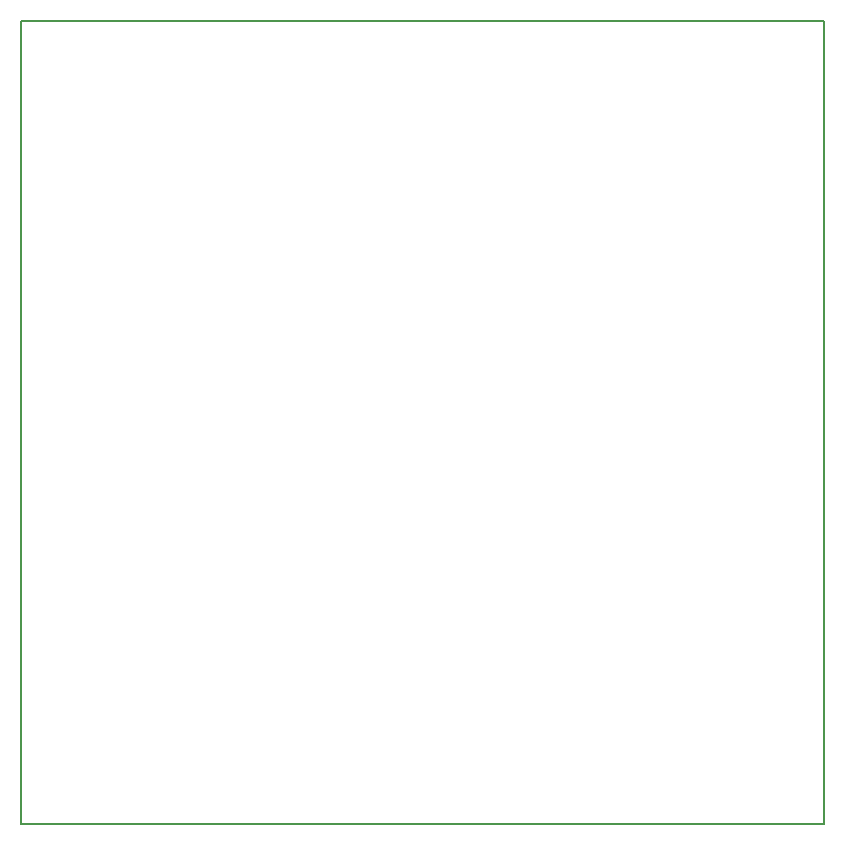
<source format=gbr>
G04 #@! TF.FileFunction,Profile,NP*
%FSLAX46Y46*%
G04 Gerber Fmt 4.6, Leading zero omitted, Abs format (unit mm)*
G04 Created by KiCad (PCBNEW (2015-08-30 BZR 6133)-product) date Sa 31 Okt 2015 12:30:55 CET*
%MOMM*%
G01*
G04 APERTURE LIST*
%ADD10C,0.100000*%
%ADD11C,0.150000*%
G04 APERTURE END LIST*
D10*
D11*
X62915000Y-134370000D02*
X62915000Y-66370000D01*
X130915000Y-134370000D02*
X62915000Y-134370000D01*
X130915000Y-66370000D02*
X130915000Y-134370000D01*
X62915000Y-66370000D02*
X130915000Y-66370000D01*
M02*

</source>
